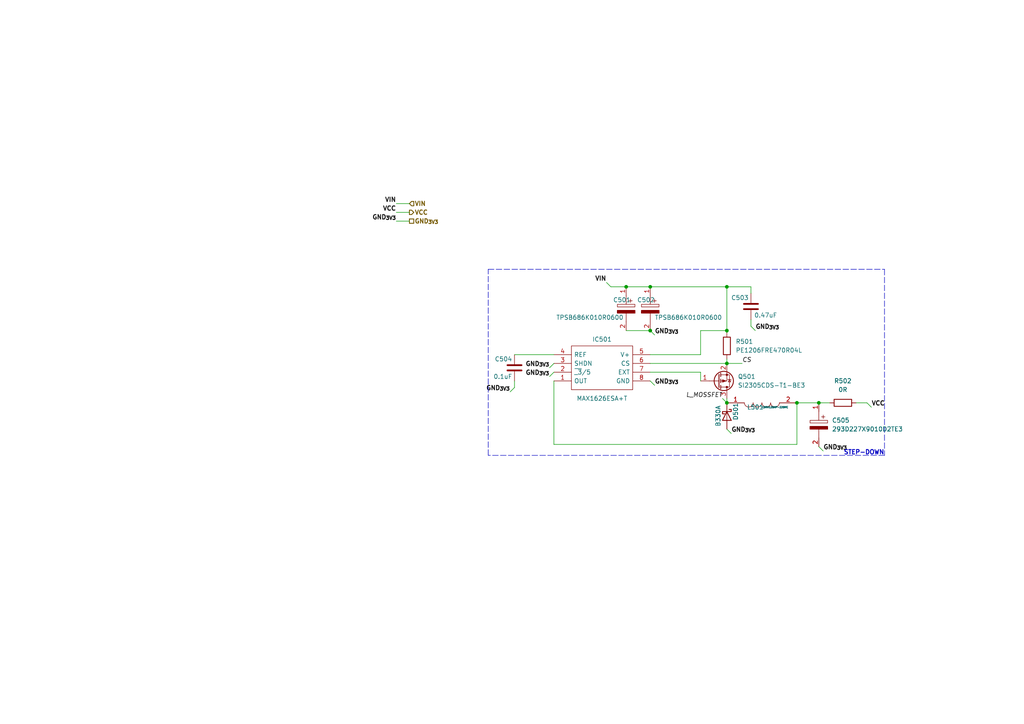
<source format=kicad_sch>
(kicad_sch (version 20211123) (generator eeschema)
  (paper "A4")
  (title_block (title "Control Unit - CanSat 2023") (date "2023-01-18") (rev "2022") (company "Project SkyFall") (comment 1 "David Haisman"))
  (lib_symbols
    (symbol "1Knihovna:SI2305CDS-T1-BE3" (pin_names (offset 0) hide)
      (property "Reference" "Q205" (at 3.175 3.175 0))
      (property "Value" "SI2305CDS-T1-BE3" (at 9.525 1.27 0))
      (symbol "SI2305CDS-T1-BE3_0_1"
        (polyline (pts (xy 0.254 0) (xy -2.54 0)))
        (polyline (pts (xy 0.254 1.905) (xy 0.254 -1.905)) (stroke (width 0.254)))
        (polyline (pts (xy 0.762 -1.27) (xy 0.762 -2.286)) (stroke (width 0.254)))
        (polyline (pts (xy 0.762 0.508) (xy 0.762 -0.508)) (stroke (width 0.254)))
        (polyline (pts (xy 0.762 2.286) (xy 0.762 1.27)) (stroke (width 0.254)))
        (polyline (pts (xy 2.54 2.54) (xy 2.54 1.778)))
        (polyline (pts (xy 2.54 -2.54) (xy 2.54 0) (xy 0.762 0)))
        (polyline (pts (xy 0.762 1.778) (xy 3.302 1.778) (xy 3.302 -1.778) (xy 0.762 -1.778)))
        (polyline (pts (xy 2.286 0) (xy 1.27 0.381) (xy 1.27 -0.381) (xy 2.286 0)) (fill (type outline)))
        (polyline (pts (xy 2.794 -0.508) (xy 2.921 -0.381) (xy 3.683 -0.381) (xy 3.81 -0.254)))
        (polyline (pts (xy 3.302 -0.381) (xy 2.921 0.254) (xy 3.683 0.254) (xy 3.302 -0.381)))
        (circle (center 1.651 0) (radius 2.794) (stroke (width 0.254)))
        (circle (center 2.54 -1.778) (radius 0.254) (fill (type outline)))
        (circle (center 2.54 1.778) (radius 0.254) (fill (type outline)))
      )
      (symbol "SI2305CDS-T1-BE3_1_1"
        (pin input line (at -5.08 0 0) (length 2.54) (name "G") (number "1"))
        (pin passive line (at 2.54 -5.08 90) (length 2.54) (name "S") (number "2"))
        (pin passive line (at 2.54 5.08 270) (length 2.54) (name "D") (number "3"))
      )
    )
    (symbol "Device:C" (pin_numbers hide) (pin_names (offset 0.254))
      (property "Reference" "C" (at 0.635 2.54 0))
      (property "Value" "C" (at 0.635 -2.54 0))
      (symbol "C_0_1"
        (polyline (pts (xy -2.032 -0.762) (xy 2.032 -0.762)) (stroke (width 0.508)))
        (polyline (pts (xy -2.032 0.762) (xy 2.032 0.762)) (stroke (width 0.508)))
      )
      (symbol "C_1_1"
        (pin passive line (at 0 3.81 270) (length 2.794) (name "~") (number "1"))
        (pin passive line (at 0 -3.81 90) (length 2.794) (name "~") (number "2"))
      )
    )
    (symbol "Device:R" (pin_numbers hide) (pin_names (offset 0))
      (property "Reference" "R" (at 2.032 0 90))
      (property "Value" "R" (at 0 0 90))
      (symbol "R_0_1"
        (rectangle (start -1.016 -2.54) (end 1.016 2.54) (stroke (width 0.254)))
      )
      (symbol "R_1_1"
        (pin passive line (at 0 3.81 270) (length 1.27) (name "~") (number "1"))
        (pin passive line (at 0 -3.81 90) (length 1.27) (name "~") (number "2"))
      )
    )
    (symbol "Diode:B330" (pin_numbers hide) (pin_names (offset 1.016) hide)
      (property "Reference" "D" (at 0 2.54 0))
      (property "Value" "B330" (at 0 -2.54 0))
      (symbol "B330_0_1"
        (polyline (pts (xy 1.27 0) (xy -1.27 0)))
        (polyline (pts (xy 1.27 1.27) (xy 1.27 -1.27) (xy -1.27 0) (xy 1.27 1.27)) (stroke (width 0.254)))
        (polyline (pts (xy -1.905 0.635) (xy -1.905 1.27) (xy -1.27 1.27) (xy -1.27 -1.27) (xy -0.635 -1.27) (xy -0.635 -0.635)) (stroke (width 0.254)))
      )
      (symbol "B330_1_1"
        (pin passive line (at -3.81 0 0) (length 2.54) (name "K") (number "1"))
        (pin passive line (at 3.81 0 180) (length 2.54) (name "A") (number "2"))
      )
    )
    (symbol "SamacSys_Parts2:293D227X9010D2TE3" (pin_names (offset 0.762))
      (property "Reference" "C" (at 8.89 6.35 0))
      (property "Value" "293D227X9010D2TE3" (at 8.89 3.81 0))
      (symbol "293D227X9010D2TE3_0_0"
        (pin passive line (at 0 0 0) (length 2.54) (name "~") (number "1"))
        (pin passive line (at 12.7 0 180) (length 2.54) (name "~") (number "2"))
      )
      (symbol "293D227X9010D2TE3_0_1"
        (polyline (pts (xy 2.54 0) (xy 5.08 0)) (stroke (width 0.1524)))
        (polyline (pts (xy 4.064 1.778) (xy 4.064 0.762)) (stroke (width 0.1524)))
        (polyline (pts (xy 4.572 1.27) (xy 3.556 1.27)) (stroke (width 0.1524)))
        (polyline (pts (xy 7.62 0) (xy 10.16 0)) (stroke (width 0.1524)))
        (polyline (pts (xy 5.08 2.54) (xy 5.08 -2.54) (xy 5.842 -2.54) (xy 5.842 2.54) (xy 5.08 2.54)) (stroke (width 0.1524)))
        (polyline (pts (xy 7.62 2.54) (xy 7.62 -2.54) (xy 6.858 -2.54) (xy 6.858 2.54) (xy 7.62 2.54)) (stroke (width 0.254)) (fill (type outline)))
      )
    )
    (symbol "SamacSys_Parts2:CDRH125NP-220MC" (pin_names (offset 0.762))
      (property "Reference" "L" (at 16.51 6.35 0))
      (property "Value" "CDRH125NP-220MC" (at 16.51 3.81 0))
      (symbol "CDRH125NP-220MC_0_0"
        (pin passive line (at 0 0 0) (length 5.08) (name "~") (number "1"))
        (pin passive line (at 20.32 0 180) (length 5.08) (name "~") (number "2"))
      )
      (symbol "CDRH125NP-220MC_0_1"
        (arc (start 5.08 0) (mid 6.35 -1.3218) (end 7.62 0) (stroke (width 0.1524)))
        (arc (start 7.62 0) (mid 8.89 -1.3218) (end 10.16 0) (stroke (width 0.1524)))
        (arc (start 10.16 0) (mid 11.43 -1.3218) (end 12.7 0) (stroke (width 0.1524)))
        (arc (start 12.7 0) (mid 13.97 -1.3218) (end 15.24 0) (stroke (width 0.1524)))
      )
    )
    (symbol "SamacSys_Parts2:TPSB686K010R0600" (pin_names (offset 0.762))
      (property "Reference" "C" (at 8.89 6.35 0))
      (property "Value" "TPSB686K010R0600" (at 8.89 3.81 0))
      (symbol "TPSB686K010R0600_0_0"
        (pin passive line (at 0 0 0) (length 2.54) (name "~") (number "1"))
        (pin passive line (at 12.7 0 180) (length 2.54) (name "~") (number "2"))
      )
      (symbol "TPSB686K010R0600_0_1"
        (polyline (pts (xy 2.54 0) (xy 5.08 0)) (stroke (width 0.1524)))
        (polyline (pts (xy 4.064 1.778) (xy 4.064 0.762)) (stroke (width 0.1524)))
        (polyline (pts (xy 4.572 1.27) (xy 3.556 1.27)) (stroke (width 0.1524)))
        (polyline (pts (xy 7.62 0) (xy 10.16 0)) (stroke (width 0.1524)))
        (polyline (pts (xy 5.08 2.54) (xy 5.08 -2.54) (xy 5.842 -2.54) (xy 5.842 2.54) (xy 5.08 2.54)) (stroke (width 0.1524)))
        (polyline (pts (xy 7.62 2.54) (xy 7.62 -2.54) (xy 6.858 -2.54) (xy 6.858 2.54) (xy 7.62 2.54)) (stroke (width 0.254)) (fill (type outline)))
      )
    )
    (symbol "SamacSys_Parts:MAX1626ESA+T" (pin_names (offset 0.762))
      (property "Reference" "IC" (at 24.13 7.62 0))
      (property "Value" "MAX1626ESA+T" (at 24.13 5.08 0))
      (symbol "MAX1626ESA+T_0_0"
        (pin passive line (at 0 0 0) (length 5.08) (name "OUT") (number "1"))
        (pin passive line (at 0 -2.54 0) (length 5.08) (name "~{_3}/5") (number "2"))
        (pin passive line (at 0 -5.08 0) (length 5.08) (name "SHDN") (number "3"))
        (pin passive line (at 0 -7.62 0) (length 5.08) (name "REF") (number "4"))
        (pin passive line (at 27.94 -7.62 180) (length 5.08) (name "V+") (number "5"))
        (pin passive line (at 27.94 -5.08 180) (length 5.08) (name "CS") (number "6"))
        (pin passive line (at 27.94 -2.54 180) (length 5.08) (name "EXT") (number "7"))
        (pin passive line (at 27.94 0 180) (length 5.08) (name "GND") (number "8"))
      )
      (symbol "MAX1626ESA+T_0_1"
        (polyline (pts (xy 5.08 2.54) (xy 22.86 2.54) (xy 22.86 -10.16) (xy 5.08 -10.16) (xy 5.08 2.54)) (stroke (width 0.1524)))
      )
    )
  )
  (junction (at 210.82 83.185))
  (junction (at 181.61 83.185))
  (junction (at 188.595 83.185))
  (junction (at 188.595 95.885))
  (junction (at 210.82 95.885))
  (junction (at 231.14 116.84))
  (junction (at 210.82 116.84))
  (junction (at 210.82 105.41))
  (junction (at 237.49 116.84))
  (wire (pts (xy 210.82 95.885) (xy 210.82 83.185)))
  (wire (pts (xy 188.595 83.185) (xy 210.82 83.185)))
  (wire (pts (xy 188.595 107.95) (xy 203.2 107.95)))
  (wire (pts (xy 188.595 110.49) (xy 189.865 111.76)))
  (wire (pts (xy 160.655 110.49) (xy 160.655 128.905)))
  (wire (pts (xy 217.805 94.615) (xy 219.075 95.885)))
  (wire (pts (xy 210.82 124.46) (xy 212.09 125.73)))
  (wire (pts (xy 160.655 105.41) (xy 159.385 106.68)))
  (wire (pts (xy 203.2 95.885) (xy 210.82 95.885)))
  (wire (pts (xy 160.655 107.95) (xy 159.385 109.22)))
  (wire (pts (xy 188.595 105.41) (xy 210.82 105.41)))
  (wire (pts (xy 114.935 64.135) (xy 118.745 64.135)))
  (polyline (pts (xy 141.605 132.08) (xy 141.605 78.105)))
  (wire (pts (xy 251.46 116.84) (xy 252.73 118.11)))
  (wire (pts (xy 248.285 116.84) (xy 251.46 116.84)))
  (wire (pts (xy 181.61 95.885) (xy 188.595 95.885)))
  (wire (pts (xy 160.655 128.905) (xy 231.14 128.905)))
  (wire (pts (xy 149.225 102.87) (xy 160.655 102.87)))
  (wire (pts (xy 217.805 85.09) (xy 217.805 83.185)))
  (wire (pts (xy 118.745 61.595) (xy 114.935 61.595)))
  (wire (pts (xy 149.225 112.395) (xy 147.955 113.665)))
  (wire (pts (xy 215.265 105.41) (xy 210.82 105.41)))
  (wire (pts (xy 188.595 95.885) (xy 189.865 97.155)))
  (wire (pts (xy 210.82 104.14) (xy 210.82 105.41)))
  (wire (pts (xy 231.14 116.84) (xy 237.49 116.84)))
  (wire (pts (xy 175.895 81.915) (xy 177.165 83.185)))
  (wire (pts (xy 188.595 102.87) (xy 203.2 102.87)))
  (wire (pts (xy 231.14 116.84) (xy 231.14 128.905)))
  (wire (pts (xy 210.82 83.185) (xy 217.805 83.185)))
  (wire (pts (xy 209.55 115.57) (xy 210.82 116.84)))
  (wire (pts (xy 210.82 116.84) (xy 210.82 115.57)))
  (wire (pts (xy 240.665 116.84) (xy 237.49 116.84)))
  (wire (pts (xy 217.805 92.71) (xy 217.805 94.615)))
  (polyline (pts (xy 256.54 78.105) (xy 256.54 132.08)))
  (polyline (pts (xy 141.605 78.105) (xy 256.54 78.105)))
  (wire (pts (xy 210.82 96.52) (xy 210.82 95.885)))
  (wire (pts (xy 203.2 107.95) (xy 203.2 110.49)))
  (wire (pts (xy 181.61 83.185) (xy 188.595 83.185)))
  (wire (pts (xy 149.225 110.49) (xy 149.225 112.395)))
  (wire (pts (xy 203.2 102.87) (xy 203.2 95.885)))
  (wire (pts (xy 114.935 59.055) (xy 118.745 59.055)))
  (wire (pts (xy 177.165 83.185) (xy 181.61 83.185)))
  (wire (pts (xy 237.49 129.54) (xy 238.76 130.81)))
  (polyline (pts (xy 256.54 132.08) (xy 141.605 132.08)))
  (text "STEP-DOWN" (at 256.54 132.08 180) (effects (font (size 1.27 1.27) (thickness 0.254) bold) (justify right bottom)))
  (label "GND_{3V3}" (at 114.935 64.135 180) (effects (font (thickness 0.254) bold)))
  (label "GND_{3V3}" (at 189.865 97.155 0) (effects (font (thickness 0.254) bold)))
  (label "GND_{3V3}" (at 212.09 125.73 0) (effects (font (thickness 0.254) bold)))
  (label "VIN" (at 175.895 81.915 180) (effects (font (thickness 0.254) bold)))
  (label "GND_{3V3}" (at 238.76 130.81 0) (effects (font (thickness 0.254) bold)))
  (label "VCC" (at 114.935 61.595 180) (effects (font (thickness 0.254) bold)))
  (label "CS" (at 215.265 105.41 0) (effects (font italic)))
  (label "VIN" (at 114.935 59.055 180) (effects (font (thickness 0.254) bold)))
  (label "VCC" (at 252.73 118.11 0) (effects (font (thickness 0.254) bold)))
  (label "L_MOSSFET" (at 209.55 115.57 180) (effects (font italic)))
  (label "GND_{3V3}" (at 219.075 95.885 0) (effects (font (thickness 0.254) bold)))
  (label "GND_{3V3}" (at 159.385 106.68 180) (effects (font (thickness 0.254) bold)))
  (label "GND_{3V3}" (at 159.385 109.22 180) (effects (font (thickness 0.254) bold)))
  (label "GND_{3V3}" (at 147.955 113.665 180) (effects (font (thickness 0.254) bold)))
  (label "GND_{3V3}" (at 189.865 111.76 0) (effects (font (thickness 0.254) bold)))
  (hierarchical_label "GND_{3V3}" (shape passive) (at 118.745 64.135 0) (effects (font bold)))
  (hierarchical_label "VCC" (shape output) (at 118.745 61.595 0) (effects (font bold)))
  (hierarchical_label "VIN" (shape input) (at 118.745 59.055 0) (effects (font bold)))
  (symbol (lib_id "SamacSys_Parts2:TPSB686K010R0600") (at 181.61 83.185 270) (unit 1)
    (property "Reference" "C501" (at 177.8 86.995 90) (effects (justify left)))
    (property "Value" "TPSB686K010R0600" (at 161.29 92.075 90) (effects (justify left)))
    (property "Footprint" "Capacitor_Tantalum_SMD:CP_EIA-3528-21_Kemet-B" (effects hide))
    (property "Datasheet" "https://componentsearchengine.com/Datasheets/1/TPSB686K010R0600.pdf" (effects hide))
    (property "Description" "AVX Electrolytic Capacitor 68F 10V dc Electrolytic Solid +/-10% Tolerance TPS Series" (effects hide))
    (property "Height" "2.1" (effects hide))
    (property "Mouser Part Number" "581-TPSB686K010R0600" (effects hide))
    (property "Mouser Price/Stock" "https://www.mouser.com/Search/Refine.aspx?Keyword=581-TPSB686K010R0600" (effects hide))
    (property "Manufacturer_Name" "AVX" (effects hide))
    (property "Manufacturer_Part_Number" "TPSB686K010R0600" (effects hide))
  )
  (symbol (lib_id "SamacSys_Parts2:CDRH125NP-220MC") (at 210.82 116.84 0) (unit 1)
    (property "Reference" "L501" (at 219.075 118.11 0))
    (property "Value" "CDRH125NP-220MC" (at 224.79 118.11 0) (effects (font (size 0.5 0.5))))
    (property "Footprint" "CanSat:CDRH125101MC" (effects hide))
    (property "Datasheet" "http://products.sumida.com/products/pdf/CDRH125,CDRH125LD.pdf" (effects hide))
    (property "Description" "Fixed Inductors 22uH 2.80A 0.028ohms" (effects hide))
    (property "Height" "6" (effects hide))
    (property "Mouser Part Number" "851-CDRH125NP-220MC" (effects hide))
    (property "Mouser Price/Stock" "https://www.mouser.co.uk/ProductDetail/Sumida/CDRH125NP-220MC?qs=yEEOfDmvQDX7sNyZ0f3HJA%3D%3D" (effects hide))
    (property "Manufacturer_Name" "Sumida" (effects hide))
    (property "Manufacturer_Part_Number" "CDRH125NP-220MC" (effects hide))
  )
  (symbol (lib_id "Diode:B330") (at 210.82 120.65 270) (unit 1)
    (property "Reference" "D501" (at 213.36 121.92 0) (effects (justify right)))
    (property "Value" "B330A" (at 208.28 120.65 0))
    (property "Footprint" "Diode_SMD:D_SMA" (effects hide))
    (property "Datasheet" "https://www.diodes.com/assets/Datasheets/ds30891.pdf" (effects hide))
  )
  (symbol (lib_id "Device:R") (at 210.82 100.33 0) (unit 1)
    (property "Reference" "R501" (at 213.36 99.0599 0) (effects (justify left)))
    (property "Value" "PE1206FRE470R04L" (at 213.36 101.5999 0) (effects (justify left)))
    (property "Footprint" "1Knihovna:R_1206_Current" (effects hide))
  )
  (symbol (lib_id "SamacSys_Parts2:293D227X9010D2TE3") (at 237.49 116.84 270) (unit 1)
    (property "Reference" "C505" (at 241.3 121.9199 90) (effects (justify left)))
    (property "Value" "293D227X9010D2TE3" (at 241.3 124.4599 90) (effects (justify left)))
    (property "Footprint" "Capacitor_Tantalum_SMD:CP_EIA-7343-31_Kemet-D" (effects hide))
    (property "Datasheet" "http://www.vishay.com/doc?40002" (effects hide))
    (property "Description" "Solid Tantalum Surface Mount Chip Capacitors TANTAMOUNT(TM), Molded Case, Standard Industrial Grade" (effects hide))
    (property "Height" "3.1" (effects hide))
    (property "Mouser Part Number" "74-293D227X9010D2TE3" (effects hide))
    (property "Mouser Price/Stock" "https://www.mouser.co.uk/ProductDetail/Vishay-Sprague/293D227X9010D2TE3?qs=CH3Q5FKf4qDv8K%252BjTwpIww%3D%3D" (effects hide))
    (property "Manufacturer_Name" "Vishay" (effects hide))
    (property "Manufacturer_Part_Number" "293D227X9010D2TE3" (effects hide))
  )
  (symbol (lib_id "SamacSys_Parts:MAX1626ESA+T") (at 160.655 110.49 0) (mirror x) (unit 1)
    (property "Reference" "IC501" (at 174.625 98.425 0))
    (property "Value" "MAX1626ESA+T" (at 174.625 115.57 0))
    (property "Footprint" "SamacSys_Parts:SOIC127P600X175-8N" (effects hide))
    (property "Datasheet" "https://datasheets.maximintegrated.com/en/ds/MAX1626-MAX1627.pdf" (effects hide))
    (property "Description" "MAXIM INTEGRATED PRODUCTS - MAX1626ESA+T - DC/DC Controller, Buck (Step Down), 3 V to 16.5 V, 1 Output, 300kHz PWM Switching, NSOIC-8" (effects hide))
    (property "Height" "1.75" (effects hide))
    (property "Mouser Part Number" "700-MAX1626ESAT" (effects hide))
    (property "Mouser Price/Stock" "https://www.mouser.co.uk/ProductDetail/Maxim-Integrated/MAX1626ESA%2bT/?qs=Mqkh4jHMT8ylHTywJFaQhw%3D%3D" (effects hide))
    (property "Manufacturer_Name" "Maxim Integrated" (effects hide))
    (property "Manufacturer_Part_Number" "MAX1626ESA+T" (effects hide))
    (property "EV_kit" "https://datasheets.maximintegrated.com/en/ds/MAX1626EVKIT.pdf" (effects hide))
  )
  (symbol (lib_id "1Knihovna:SI2305CDS-T1-BE3") (at 208.28 110.49 0) (mirror x) (unit 1)
    (property "Reference" "Q501" (at 213.995 109.2199 0) (effects (justify left)))
    (property "Value" "SI2305CDS-T1-BE3" (at 213.995 111.7599 0) (effects (justify left)))
    (property "Footprint" "Package_TO_SOT_SMD:SOT-23" (effects hide))
    (property "Datasheet" "https://cz.mouser.com/datasheet/2/427/si2305cd-1764559.pdf" (effects hide))
  )
  (symbol (lib_id "Device:C") (at 149.225 106.68 0) (mirror y) (unit 1)
    (property "Reference" "C504" (at 148.59 104.14 0) (effects (justify left)))
    (property "Value" "0.1uF" (at 148.59 109.22 0) (effects (justify left)))
    (property "Footprint" "Capacitor_SMD:C_0805_2012Metric" (effects hide))
  )
  (symbol (lib_id "SamacSys_Parts2:TPSB686K010R0600") (at 188.595 83.185 270) (unit 1)
    (property "Reference" "C502" (at 184.785 86.995 90) (effects (justify left)))
    (property "Value" "TPSB686K010R0600" (at 189.865 92.075 90) (effects (justify left)))
    (property "Footprint" "Capacitor_Tantalum_SMD:CP_EIA-3528-21_Kemet-B" (effects hide))
    (property "Datasheet" "https://componentsearchengine.com/Datasheets/1/TPSB686K010R0600.pdf" (effects hide))
    (property "Description" "AVX Electrolytic Capacitor 68F 10V dc Electrolytic Solid +/-10% Tolerance TPS Series" (effects hide))
    (property "Height" "2.1" (effects hide))
    (property "Mouser Part Number" "581-TPSB686K010R0600" (effects hide))
    (property "Mouser Price/Stock" "https://www.mouser.com/Search/Refine.aspx?Keyword=581-TPSB686K010R0600" (effects hide))
    (property "Manufacturer_Name" "AVX" (effects hide))
    (property "Manufacturer_Part_Number" "TPSB686K010R0600" (effects hide))
  )
  (symbol (lib_id "Device:C") (at 217.805 88.9 0) (mirror y) (unit 1)
    (property "Reference" "C503" (at 217.17 86.36 0) (effects (justify left)))
    (property "Value" "0.47uF" (at 225.425 91.44 0) (effects (justify left)))
    (property "Footprint" "Capacitor_SMD:C_0805_2012Metric" (effects hide))
  )
  (symbol (lib_id "Device:R") (at 244.475 116.84 90) (unit 1)
    (property "Reference" "R502" (at 244.475 110.49 90))
    (property "Value" "0R" (at 244.475 113.03 90))
    (property "Footprint" "Resistor_SMD:R_1206_3216Metric" (effects hide))
  )
)
</source>
